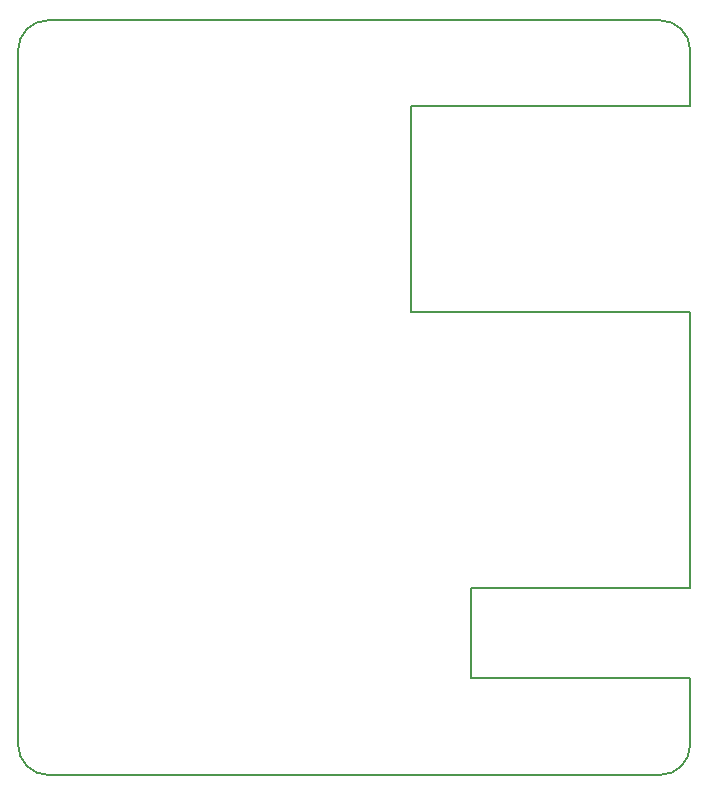
<source format=gbr>
G04 #@! TF.GenerationSoftware,KiCad,Pcbnew,6.0.5*
G04 #@! TF.CreationDate,2022-10-03T09:57:03+03:00*
G04 #@! TF.ProjectId,opi-hat,6f70692d-6861-4742-9e6b-696361645f70,rev?*
G04 #@! TF.SameCoordinates,Original*
G04 #@! TF.FileFunction,Profile,NP*
%FSLAX46Y46*%
G04 Gerber Fmt 4.6, Leading zero omitted, Abs format (unit mm)*
G04 Created by KiCad (PCBNEW 6.0.5) date 2022-10-03 09:57:03*
%MOMM*%
%LPD*%
G01*
G04 APERTURE LIST*
G04 #@! TA.AperFunction,Profile*
%ADD10C,0.200000*%
G04 #@! TD*
G04 APERTURE END LIST*
D10*
X81784059Y-107635933D02*
G75*
G03*
X84324059Y-110175933I2540001J1D01*
G01*
X136147941Y-110175927D02*
G75*
G03*
X138687941Y-107635933I2J2539998D01*
G01*
X138687955Y-48828067D02*
G75*
G03*
X136147941Y-46288067I-2539992J8D01*
G01*
X84324059Y-46288067D02*
G75*
G03*
X81784059Y-48828067I1J-2540001D01*
G01*
X120095391Y-94355031D02*
X138687941Y-94355031D01*
X138687941Y-107635933D02*
X138687941Y-101975031D01*
X84324059Y-110175933D02*
X136147941Y-110175933D01*
X138687941Y-53509289D02*
X138687941Y-48828067D01*
X120095391Y-101975031D02*
X120095391Y-94355031D01*
X138687941Y-53509289D02*
X115068983Y-53509289D01*
X138687941Y-94355031D02*
X138687941Y-71003289D01*
X115068983Y-53509289D02*
X115068983Y-71003289D01*
X136147941Y-46288067D02*
X84324059Y-46288067D01*
X81784059Y-48828067D02*
X81784059Y-107635933D01*
X138687941Y-101975031D02*
X120095391Y-101975031D01*
X115068983Y-71003289D02*
X138687941Y-71003289D01*
M02*

</source>
